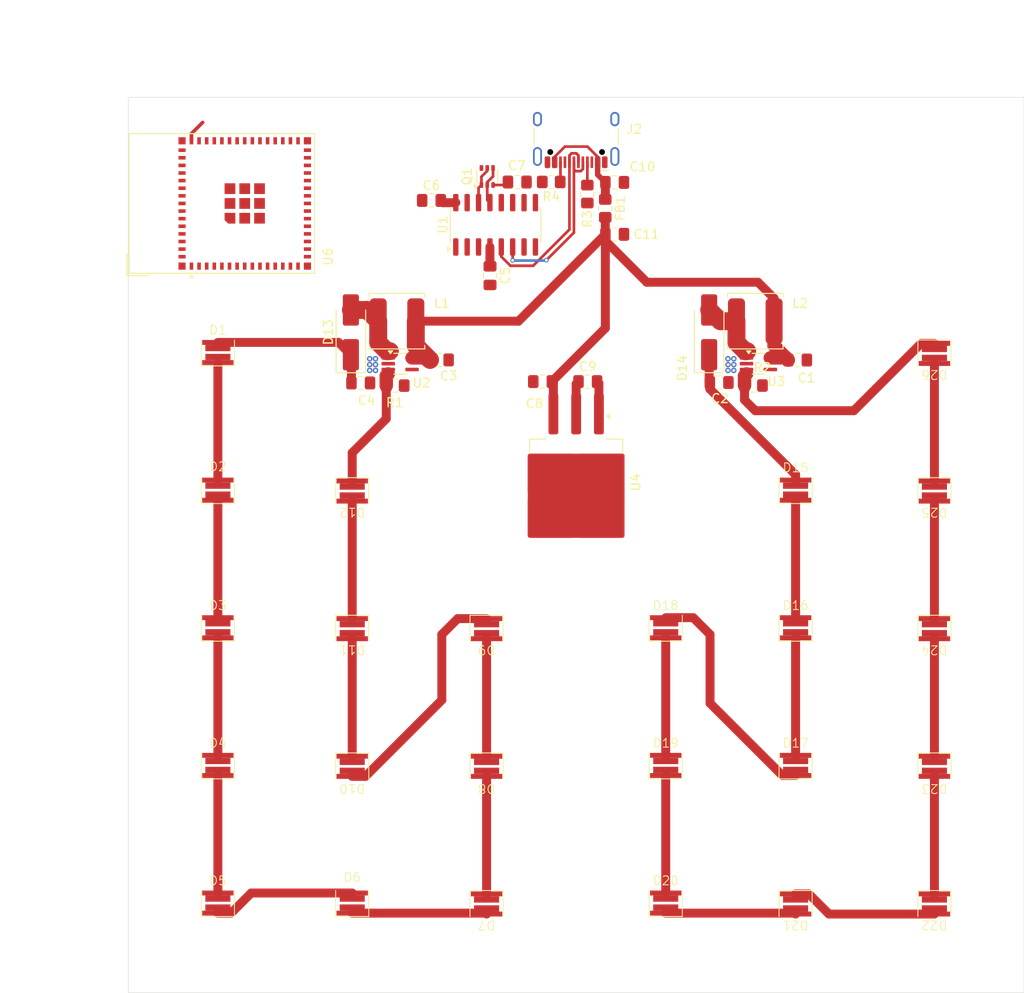
<source format=kicad_pcb>
(kicad_pcb (version 20240108) (generator "pcbnew") (generator_version "8.0")
  (layers (0 "F.Cu" signal) (31 "B.Cu" signal) (34 "B.Paste" user) (35 "F.Paste" user) (36 "B.SilkS" user "B.Silkscreen") (37 "F.SilkS" user "F.Silkscreen") (38 "B.Mask" user) (39 "F.Mask" user) (44 "Edge.Cuts" user))
  (net 0 "")
  (net 1 "/~{RTS}")
  (net 2 "/~{DTR}")
  (net 3 "/ESP_EN")
  (net 4 "/ESP_IO0")
  (net 10 "GND")
  (net 11 "/D+")
  (net 12 "/D-")
  (net 13 "+3.3V")
  (net 16 "+5V")
  (net 17 "Net-(D1-K)")
  (net 18 "Net-(D1-A)")
  (net 19 "Net-(D2-K)")
  (net 20 "Net-(D3-K)")
  (net 21 "Net-(D4-K)")
  (net 22 "Net-(D5-K)")
  (net 23 "Net-(D6-K)")
  (net 24 "Net-(D7-K)")
  (net 25 "Net-(D8-K)")
  (net 26 "Net-(D10-A)")
  (net 27 "Net-(D10-K)")
  (net 28 "Net-(D11-K)")
  (net 29 "Net-(D12-K)")
  (net 30 "Net-(D14-K)")
  (net 31 "Net-(D15-K)")
  (net 32 "Net-(D16-K)")
  (net 33 "Net-(D17-K)")
  (net 34 "Net-(D18-K)")
  (net 35 "Net-(D19-K)")
  (net 36 "Net-(D20-K)")
  (net 37 "Net-(D21-K)")
  (net 38 "Net-(D22-K)")
  (net 39 "Net-(D23-K)")
  (net 40 "Net-(D24-K)")
  (net 41 "Net-(D25-K)")
  (net 42 "Net-(D26-K)")
  (net 80 "Net-(D13-A)")
  (net 81 "Net-(D14-A)")
  (net 83 "/ESP_32_TX")
  (net 84 "/ESP_32_RX")
  (net 86 "Net-(J2-CC1)")
  (net 87 "Net-(J2-CC2)")
  (net 89 "VBUS")
  (footprint "Resistor_SMD:R_0805_2012Metric_Pad1.20x1.40mm_HandSolder" (layer "F.Cu") (at 101.25 60.8 -90)
    (property "Reference" "R3")
    (property "Value" "5.1K" (hide yes))
  )
  (footprint "Capacitor_SMD:C_0805_2012Metric_Pad1.18x1.45mm_HandSolder" (layer "F.Cu") (at 90.3825 69.91375 -90)
    (property "Reference" "C5")
    (property "Value" "0.1uF ")
  )
  (footprint "Resistor_SMD:R_0805_2012Metric_Pad1.20x1.40mm_HandSolder" (layer "F.Cu") (at 79.8 82.2)
    (property "Reference" "R1")
    (property "Value" "2.04ohm" (hide yes))
  )
  (footprint "LED_SMD:LED_SPMWHD32AMH0XAR0PR" (layer "F.Cu") (at 110 109.25)
    (property "Reference" "D18")
    (property "Value" "LED")
  )
  (footprint "Resistor_SMD:R_0805_2012Metric_Pad1.20x1.40mm_HandSolder" (layer "F.Cu") (at 97.22 59.45 180)
    (property "Reference" "R4")
    (property "Value" "5.1K")
  )
  (footprint "LED_SMD:LED_SPMWHD32AMH0XAR0PR" (layer "F.Cu") (at 90 124.725 180)
    (property "Reference" "D8")
    (property "Value" "LED")
  )
  (footprint "Package_TO_SOT_SMD:SOT-363_SC-70-6" (layer "F.Cu") (at 90.0725 58.84 90)
    (property "Reference" "Q1")
    (property "Value" "UMH3N" (hide yes))
  )
  (footprint "LED_SMD:LED_SPMWHD32AMH0XAR0PR" (layer "F.Cu") (at 60 124.625)
    (property "Reference" "D4")
    (property "Value" "LED")
  )
  (footprint "LED_SMD:LED_SPMWHD32AMH0XAR0PR" (layer "F.Cu") (at 140 78.6 180)
    (property "Reference" "D26")
    (property "Value" "LED")
  )
  (footprint "LED_SMD:LED_SPMWHD32AMH0XAR0PR" (layer "F.Cu") (at 75 93.975 180)
    (property "Reference" "D12")
    (property "Value" "LED")
  )
  (footprint "Capacitor_SMD:C_0805_2012Metric_Pad1.18x1.45mm_HandSolder" (layer "F.Cu") (at 75.95 81.9)
    (property "Reference" "C4")
    (property "Value" "4.7uF" (hide yes))
  )
  (footprint "LED_SMD:LED_SPMWHD32AMH0XAR0PR" (layer "F.Cu") (at 124.5 93.875)
    (property "Reference" "D15")
    (property "Value" "LED")
  )
  (footprint "LED_SMD:LED_SPMWHD32AMH0XAR0PR" (layer "F.Cu") (at 60 109.25)
    (property "Reference" "D3")
    (property "Value" "LED")
  )
  (footprint "LED_SMD:LED_SPMWHD32AMH0XAR0PR" (layer "F.Cu") (at 124.5 124.625)
    (property "Reference" "D17")
    (property "Value" "LED")
  )
  (footprint "Diode_SMD:D_SMA_Handsoldering" (layer "F.Cu") (at 114.85 76.25 90)
    (property "Reference" "D14")
    (property "Value" "SK16")
  )
  (footprint "Capacitor_SMD:C_0805_2012Metric_Pad1.18x1.45mm_HandSolder" (layer "F.Cu") (at 101.3 81.75)
    (property "Reference" "C9")
    (property "Value" "22uF")
  )
  (footprint "Connector_USB:USB_C_Receptacle_HCTL_HC-TYPE-C-16P-01A" (layer "F.Cu") (at 100 53.5 180)
    (property "Reference" "J2")
    (property "Value" "USB_C_Receptacle_USB2.0_16P")
  )
  (footprint "LED_SMD:LED_SPMWHD32AMH0XAR0PR" (layer "F.Cu") (at 60 78.5)
    (property "Reference" "D1")
    (property "Value" "LED")
  )
  (footprint "Package_SO:SOIC-16_3.9x9.9mm_P1.27mm" (layer "F.Cu") (at 91.0075 64.23875 90)
    (property "Reference" "U1")
    (property "Value" "CH340C" (hide yes))
  )
  (footprint "Inductor_SMD:L_TDK_VLS6045EX_VLS6045AF" (layer "F.Cu") (at 80 75 180)
    (property "Reference" "L1")
    (property "Value" "VLS6045EX-100M-H")
  )
  (footprint "Capacitor_SMD:C_0805_2012Metric_Pad1.18x1.45mm_HandSolder" (layer "F.Cu") (at 115.9625 81.85)
    (property "Reference" "C2")
    (property "Value" "4.7uF" (hide yes))
  )
  (footprint "Package_TO_SOT_SMD:SOT-353_SC-70-5_Handsoldering" (layer "F.Cu") (at 80.35 79.75)
    (property "Reference" "U2")
    (property "Value" "TPS61169DCKR" (hide yes))
  )
  (footprint "LED_SMD:LED_SPMWHD32AMH0XAR0PR" (layer "F.Cu") (at 140 93.975 180)
    (property "Reference" "D25")
    (property "Value" "LED")
  )
  (footprint "LED_SMD:LED_SPMWHD32AMH0XAR0PR" (layer "F.Cu") (at 90 140.1 180)
    (property "Reference" "D7")
    (property "Value" "LED")
  )
  (footprint "Diode_SMD:D_SMA_Handsoldering" (layer "F.Cu") (at 74.85 76.25 90)
    (property "Reference" "D13")
    (property "Value" "SK16" (hide yes))
  )
  (footprint "RF_Module:ESP32-S2-MINI-1" (layer "F.Cu") (at 60.45 61.85 90)
    (property "Reference" "U6")
    (property "Value" "ESP32-S3-MINI-1")
  )
  (footprint "LED_SMD:LED_SPMWHD32AMH0XAR0PR" (layer "F.Cu") (at 75 124.725 180)
    (property "Reference" "D10")
    (property "Value" "LED")
  )
  (footprint "LED_SMD:LED_SPMWHD32AMH0XAR0PR" (layer "F.Cu") (at 60 93.875)
    (property "Reference" "D2")
    (property "Value" "LED")
  )
  (footprint "LED_SMD:LED_SPMWHD32AMH0XAR0PR" (layer "F.Cu") (at 110 140)
    (property "Reference" "D20")
    (property "Value" "LED")
  )
  (footprint "Resistor_SMD:R_0805_2012Metric_Pad1.20x1.40mm_HandSolder" (layer "F.Cu") (at 103.25 62.4 -90)
    (property "Reference" "FB1")
    (property "Value" "MI0805K400R-10" (hide yes))
  )
  (footprint "LED_SMD:LED_SPMWHD32AMH0XAR0PR" (layer "F.Cu") (at 90 109.35 180)
    (property "Reference" "D9")
    (property "Value" "LED")
  )
  (footprint "Inductor_SMD:L_TDK_VLS6045EX_VLS6045AF" (layer "F.Cu") (at 120 75 180)
    (property "Reference" "L2")
    (property "Value" "VLS6045EX-100M-H")
  )
  (footprint "Capacitor_SMD:C_0805_2012Metric_Pad1.18x1.45mm_HandSolder" (layer "F.Cu") (at 124.72 79.34)
    (property "Reference" "C1")
    (property "Value" "4.7uF")
  )
  (footprint "LED_SMD:LED_SPMWHD32AMH0XAR0PR" (layer "F.Cu") (at 124.5 140.1 180)
    (property "Reference" "D21")
    (property "Value" "LED")
  )
  (footprint "Capacitor_SMD:C_0805_2012Metric_Pad1.18x1.45mm_HandSolder" (layer "F.Cu") (at 104.3 59.5)
    (property "Reference" "C10")
    (property "Value" "10uf")
  )
  (footprint "Resistor_SMD:R_0805_2012Metric_Pad1.20x1.40mm_HandSolder" (layer "F.Cu") (at 119.8 82.19)
    (property "Reference" "R2")
    (property "Value" "2.04ohm")
  )
  (footprint "Capacitor_SMD:C_0805_2012Metric_Pad1.18x1.45mm_HandSolder" (layer "F.Cu") (at 104.3 65.3)
    (property "Reference" "C11")
    (property "Value" "0.1uf")
  )
  (footprint "LED_SMD:LED_SPMWHD32AMH0XAR0PR" (layer "F.Cu") (at 140 124.725 180)
    (property "Reference" "D23")
    (property "Value" "LED")
  )
  (footprint "Capacitor_SMD:C_0805_2012Metric_Pad1.18x1.45mm_HandSolder" (layer "F.Cu") (at 83.845 61.51375)
    (property "Reference" "C6")
    (property "Value" "0.1uF ")
  )
  (footprint "LED_SMD:LED_SPMWHD32AMH0XAR0PR" (layer "F.Cu") (at 124.5 109.25)
    (property "Reference" "D16")
    (property "Value" "LED")
  )
  (footprint "LED_SMD:LED_SPMWHD32AMH0XAR0PR" (layer "F.Cu") (at 140 140.1 180)
    (property "Reference" "D22")
    (property "Value" "LED")
  )
  (footprint "LED_SMD:LED_SPMWHD32AMH0XAR0PR" (layer "F.Cu") (at 75 140)
    (property "Reference" "D6")
    (property "Value" "LED")
  )
  (footprint "Capacitor_SMD:C_0805_2012Metric_Pad1.18x1.45mm_HandSolder" (layer "F.Cu") (at 96.25 81.75 180)
    (property "Reference" "C8")
    (property "Value" "10uf")
  )
  (footprint "LED_SMD:LED_SPMWHD32AMH0XAR0PR" (layer "F.Cu") (at 140 109.35 180)
    (property "Reference" "D24")
    (property "Value" "LED")
  )
  (footprint "LED_SMD:LED_SPMWHD32AMH0XAR0PR" (layer "F.Cu") (at 60 140)
    (property "Reference" "D5")
    (property "Value" "LED")
  )
  (footprint "Package_TO_SOT_SMD:SOT-353_SC-70-5_Handsoldering" (layer "F.Cu") (at 120.35 79.75)
    (property "Reference" "U3")
    (property "Value" "TPS61169DCKR" (hide yes))
  )
  (footprint "Capacitor_SMD:C_0805_2012Metric_Pad1.18x1.45mm_HandSolder" (layer "F.Cu") (at 93.4225 59.46)
    (property "Reference" "C7")
    (property "Value" "1uF ")
  )
  (footprint "LED_SMD:LED_SPMWHD32AMH0XAR0PR" (layer "F.Cu") (at 75 109.35 180)
    (property "Reference" "D11")
    (property "Value" "LED")
  )
  (footprint "Package_TO_SOT_SMD:TO-263-3_TabPin2" (layer "F.Cu") (at 100 93 -90)
    (property "Reference" "U4")
    (property "Value" "LM1117S-3.3")
  )
  (footprint "Capacitor_SMD:C_0805_2012Metric_Pad1.18x1.45mm_HandSolder" (layer "F.Cu") (at 84.725 79.33)
    (property "Reference" "C3")
    (property "Value" "4.7uF" (hide yes))
  )
  (footprint "LED_SMD:LED_SPMWHD32AMH0XAR0PR" (layer "F.Cu") (at 110 124.625)
    (property "Reference" "D19")
    (property "Value" "LED")
  )
  (gr_rect (start 50 50) (end 150 150) (stroke (width 0.05)) (fill none) (layer "Edge.Cuts"))
  (via (at 77.6 80.5) (size 0.6) (drill 0.3) (layers "F.Cu" "B.Cu") (net 0))
  (via (at 77.6 79.85) (size 0.6) (drill 0.3) (layers "F.Cu" "B.Cu") (net 0))
  (via (at 116.95 80.5) (size 0.6) (drill 0.3) (layers "F.Cu" "B.Cu") (net 0))
  (via (at 76.95 79.2) (size 0.6) (drill 0.3) (layers "F.Cu" "B.Cu") (net 0))
  (via (at 117.6 79.2) (size 0.6) (drill 0.3) (layers "F.Cu" "B.Cu") (net 0))
  (via (at 116.95 79.2) (size 0.6) (drill 0.3) (layers "F.Cu" "B.Cu") (net 0))
  (via (at 77.6 79.2) (size 0.6) (drill 0.3) (layers "F.Cu" "B.Cu") (net 0))
  (via (at 76.95 79.85) (size 0.6) (drill 0.3) (layers "F.Cu" "B.Cu") (net 0))
  (via (at 117.6 79.85) (size 0.6) (drill 0.3) (layers "F.Cu" "B.Cu") (net 0))
  (via (at 116.95 79.85) (size 0.6) (drill 0.3) (layers "F.Cu" "B.Cu") (net 0))
  (via (at 76.95 80.5) (size 0.6) (drill 0.3) (layers "F.Cu" "B.Cu") (net 0))
  (via (at 117.6 80.5) (size 0.6) (drill 0.3) (layers "F.Cu" "B.Cu") (net 0))
  (segment (start 90.0725 57.89) (end 90.0725 58.214999) (width 0.3) (layer "F.Cu") (net 1))
  (segment (start 89.4225 58.864999) (end 89.4225 59.79) (width 0.3) (layer "F.Cu") (net 1))
  (segment (start 89.1025 61.76375) (end 89.1025 60.11) (width 0.3) (layer "F.Cu") (net 1))
  (segment (start 90.0725 58.214999) (end 89.4225 58.864999) (width 0.3) (layer "F.Cu") (net 1))
  (segment (start 89.1025 60.11) (end 89.4225 59.79) (width 0.3) (layer "F.Cu") (net 1))
  (segment (start 90.7225 58.825832) (end 90.0725 59.475832) (width 0.3) (layer "F.Cu") (net 2))
  (segment (start 90.0725 61.46375) (end 90.0725 59.79) (width 0.3) (layer "F.Cu") (net 2))
  (segment (start 90.3725 61.76375) (end 90.0725 61.46375) (width 0.3) (layer "F.Cu") (net 2))
  (segment (start 90.0725 59.475832) (end 90.0725 59.79) (width 0.3) (layer "F.Cu") (net 2))
  (segment (start 90.7225 57.89) (end 90.7225 58.825832) (width 0.3) (layer "F.Cu") (net 2))
  (segment (start 57.05 54.05) (end 57.05 54.85) (width 0.4) (layer "F.Cu") (net 3))
  (segment (start 58.3 52.8) (end 57.05 54.05) (width 0.4) (layer "F.Cu") (net 3))
  (segment (start 92.055 59.79) (end 92.385 59.46) (width 0.3) (layer "F.Cu") (net 4))
  (segment (start 90.7225 59.79) (end 92.055 59.79) (width 0.3) (layer "F.Cu") (net 4))
  (segment (start 102.54 81.9525) (end 102.3375 81.75) (width 1) (layer "F.Cu") (net 10))
  (segment (start 102.54 85.35) (end 102.54 81.9525) (width 1) (layer "F.Cu") (net 10))
  (segment (start 100.00312 56.245) (end 99.49688 56.245) (width 0.3) (layer "F.Cu") (net 11))
  (segment (start 100.25 57.245) (end 100.25 56.49188) (width 0.3) (layer "F.Cu") (net 11))
  (segment (start 99.49688 56.245) (end 99.25 56.49188) (width 0.3) (layer "F.Cu") (net 11))
  (segment (start 95.2 68.81) (end 99.25 64.76) (width 0.3) (layer "F.Cu") (net 11))
  (segment (start 91.6425 66.71375) (end 91.6425 67.791029) (width 0.3) (layer "F.Cu") (net 11))
  (segment (start 100.25 56.49188) (end 100.00312 56.245) (width 0.3) (layer "F.Cu") (net 11))
  (segment (start 92.661471 68.81) (end 95.2 68.81) (width 0.3) (layer "F.Cu") (net 11))
  (segment (start 91.6425 67.791029) (end 92.661471 68.81) (width 0.3) (layer "F.Cu") (net 11))
  (segment (start 99.25 64.76) (end 99.25 57.245) (width 0.3) (layer "F.Cu") (net 11))
  (segment (start 99.25 56.49188) (end 99.25 57.245) (width 0.3) (layer "F.Cu") (net 11))
  (segment (start 96.674265 68.184265) (end 99.75 65.10853) (width 0.3) (layer "F.Cu") (net 12))
  (segment (start 99.75 58.05) (end 99.75 57.245) (width 0.3) (layer "F.Cu") (net 12))
  (segment (start 92.91 68.21) (end 92.9125 68.2075) (width 0.3) (layer "F.Cu") (net 12))
  (segment (start 100.50312 58.245) (end 99.945 58.245) (width 0.3) (layer "F.Cu") (net 12))
  (segment (start 99.945 58.245) (end 99.75 58.05) (width 0.3) (layer "F.Cu") (net 12))
  (segment (start 100.75 57.245) (end 100.75 57.99812) (width 0.3) (layer "F.Cu") (net 12))
  (segment (start 99.75 65.10853) (end 99.75 57.245) (width 0.3) (layer "F.Cu") (net 12))
  (segment (start 92.9125 68.2075) (end 92.9125 66.71375) (width 0.3) (layer "F.Cu") (net 12))
  (segment (start 100.75 57.99812) (end 100.50312 58.245) (width 0.3) (layer "F.Cu") (net 12))
  (via (at 92.91 68.21) (size 0.5) (drill 0.3) (layers "F.Cu" "B.Cu") (net 12))
  (via (at 96.674265 68.184265) (size 0.5) (drill 0.3) (layers "F.Cu" "B.Cu") (net 12))
  (segment (start 92.93 68.23) (end 92.91 68.21) (width 0.3) (layer "B.Cu") (net 12))
  (segment (start 96.62853 68.23) (end 92.93 68.23) (width 0.3) (layer "B.Cu") (net 12))
  (segment (start 96.674265 68.184265) (end 96.62853 68.23) (width 0.3) (layer "B.Cu") (net 12))
  (segment (start 90.3725 66.71375) (end 90.3725 68.86625) (width 1) (layer "F.Cu") (net 13))
  (segment (start 86.5625 61.76375) (end 85.1325 61.76375) (width 1) (layer "F.Cu") (net 13))
  (segment (start 90.3725 68.86625) (end 90.3825 68.87625) (width 1) (layer "F.Cu") (net 13))
  (segment (start 85.1325 61.76375) (end 84.8825 61.51375) (width 1) (layer "F.Cu") (net 13))
  (segment (start 100 85.35) (end 100 82.0125) (width 1) (layer "F.Cu") (net 13))
  (segment (start 100 82.0125) (end 100.2625 81.75) (width 1) (layer "F.Cu") (net 13))
  (segment (start 83.4575 79.1) (end 81.68 79.1) (width 1.5) (layer "F.Cu") (net 16))
  (segment (start 83.6875 79.33) (end 83.4575 79.1) (width 1.5) (layer "F.Cu") (net 16))
  (segment (start 123.6825 79.34) (end 123.4425 79.1) (width 1.5) (layer "F.Cu") (net 16))
  (segment (start 103.25 63.4) (end 103.25 65.2875) (width 1) (layer "F.Cu") (net 16))
  (segment (start 103.25 65.2875) (end 103.2625 65.3) (width 1) (layer "F.Cu") (net 16))
  (segment (start 107.8875 70.65) (end 120.299999 70.65) (width 1) (layer "F.Cu") (net 16))
  (segment (start 97.46 85.35) (end 97.46 81.9225) (width 1) (layer "F.Cu") (net 16))
  (segment (start 122.1 77.7575) (end 123.6825 79.34) (width 1.5) (layer "F.Cu") (net 16))
  (segment (start 103.2625 65.3) (end 103.2625 66.025) (width 1) (layer "F.Cu") (net 16))
  (segment (start 103.2625 65.3) (end 103.2625 75.775) (width 1) (layer "F.Cu") (net 16))
  (segment (start 103.2625 75.775) (end 97.2875 81.75) (width 1) (layer "F.Cu") (net 16))
  (segment (start 82.1 77.7425) (end 83.6875 79.33) (width 2) (layer "F.Cu") (net 16))
  (segment (start 82.1 75) (end 82.1 77.7425) (width 2) (layer "F.Cu") (net 16))
  (segment (start 123.4425 79.1) (end 121.68 79.1) (width 1.5) (layer "F.Cu") (net 16))
  (segment (start 122.1 75) (end 122.1 77.7575) (width 1.5) (layer "F.Cu") (net 16))
  (segment (start 120.299999 70.65) (end 122.1 72.450001) (width 1) (layer "F.Cu") (net 16))
  (segment (start 97.46 81.9225) (end 97.2875 81.75) (width 1) (layer "F.Cu") (net 16))
  (segment (start 103.2625 66.025) (end 107.8875 70.65) (width 1) (layer "F.Cu") (net 16))
  (segment (start 122.1 72.450001) (end 122.1 75) (width 1) (layer "F.Cu") (net 16))
  (segment (start 103.2625 65.3) (end 93.5625 75) (width 1) (layer "F.Cu") (net 16))
  (segment (start 93.5625 75) (end 82.1 75) (width 1) (layer "F.Cu") (net 16))
  (segment (start 60 79.625) (end 60 92.75) (width 1) (layer "F.Cu") (net 17))
  (segment (start 73.475 77.375) (end 60 77.375) (width 1) (layer "F.Cu") (net 18))
  (segment (start 74.7875 78.7875) (end 74.75 78.75) (width 1) (layer "F.Cu") (net 18))
  (segment (start 74.85 78.75) (end 73.475 77.375) (width 1) (layer "F.Cu") (net 18))
  (segment (start 74.9125 81.9) (end 74.9125 78.8125) (width 1) (layer "F.Cu") (net 18))
  (segment (start 74.9125 78.8125) (end 74.85 78.75) (width 1) (layer "F.Cu") (net 18))
  (segment (start 60 95) (end 60 108.125) (width 1) (layer "F.Cu") (net 19))
  (segment (start 60 110.375) (end 60 123.5) (width 1) (layer "F.Cu") (net 20))
  (segment (start 60 125.75) (end 60 138.875) (width 1) (layer "F.Cu") (net 21))
  (segment (start 61.475 141.125) (end 63.725 138.875) (width 1) (layer "F.Cu") (net 22))
  (segment (start 63.725 138.875) (end 75 138.875) (width 1) (layer "F.Cu") (net 22))
  (segment (start 60 141.125) (end 61.475 141.125) (width 1) (layer "F.Cu") (net 22))
  (segment (start 75 141.125) (end 89.9 141.125) (width 1) (layer "F.Cu") (net 23))
  (segment (start 89.9 141.125) (end 90 141.225) (width 1) (layer "F.Cu") (net 23))
  (segment (start 90 138.975) (end 90 125.85) (width 1) (layer "F.Cu") (net 24))
  (segment (start 90 123.6) (end 90 110.475) (width 1) (layer "F.Cu") (net 25))
  (segment (start 85 110) (end 86.775 108.225) (width 1) (layer "F.Cu") (net 26))
  (segment (start 85 117.325) (end 85 110) (width 1) (layer "F.Cu") (net 26))
  (segment (start 76.475 125.85) (end 85 117.325) (width 1) (layer "F.Cu") (net 26))
  (segment (start 86.775 108.225) (end 90 108.225) (width 1) (layer "F.Cu") (net 26))
  (segment (start 75 125.85) (end 76.475 125.85) (width 1) (layer "F.Cu") (net 26))
  (segment (start 75 123.6) (end 75 110.475) (width 1) (layer "F.Cu") (net 27))
  (segment (start 75 108.225) (end 75 95.1) (width 1) (layer "F.Cu") (net 28))
  (segment (start 78.8 81.12) (end 79.02 80.9) (width 1.5) (layer "F.Cu") (net 29))
  (segment (start 75 89.7) (end 78.8 85.9) (width 1) (layer "F.Cu") (net 29))
  (segment (start 78.8 82.2) (end 78.8 81.12) (width 1.5) (layer "F.Cu") (net 29))
  (segment (start 78.8 85.9) (end 78.8 82.2) (width 1) (layer "F.Cu") (net 29))
  (segment (start 75 92.85) (end 75 89.7) (width 1) (layer "F.Cu") (net 29))
  (segment (start 114.925 82.575) (end 124.5 92.15) (width 1) (layer "F.Cu") (net 30))
  (segment (start 124.5 92.15) (end 124.5 92.75) (width 1) (layer "F.Cu") (net 30))
  (segment (start 114.85 78.75) (end 114.85 81.775) (width 1) (layer "F.Cu") (net 30))
  (segment (start 114.85 81.775) (end 114.925 81.85) (width 1) (layer "F.Cu") (net 30))
  (segment (start 114.925 81.85) (end 114.925 82.575) (width 1) (layer "F.Cu") (net 30))
  (segment (start 124.5 95) (end 124.5 108.125) (width 1) (layer "F.Cu") (net 31))
  (segment (start 124.5 110.375) (end 124.5 123.5) (width 1) (layer "F.Cu") (net 32))
  (segment (start 114.95 110) (end 113.075 108.125) (width 1) (layer "F.Cu") (net 33))
  (segment (start 124.5 125.75) (end 123.025 125.75) (width 1) (layer "F.Cu") (net 33))
  (segment (start 114.95 117.675) (end 114.95 110) (width 1) (layer "F.Cu") (net 33))
  (segment (start 113.075 108.125) (end 110 108.125) (width 1) (layer "F.Cu") (net 33))
  (segment (start 123.025 125.75) (end 114.95 117.675) (width 1) (layer "F.Cu") (net 33))
  (segment (start 110 110.375) (end 110 123.5) (width 1) (layer "F.Cu") (net 34))
  (segment (start 110 125.75) (end 110 138.875) (width 1) (layer "F.Cu") (net 35))
  (segment (start 110 141.125) (end 124.4 141.125) (width 1) (layer "F.Cu") (net 36))
  (segment (start 124.4 141.125) (end 124.5 141.225) (width 1) (layer "F.Cu") (net 36))
  (segment (start 125.975 138.975) (end 128.225 141.225) (width 1) (layer "F.Cu") (net 37))
  (segment (start 124.5 138.975) (end 125.975 138.975) (width 1) (layer "F.Cu") (net 37))
  (segment (start 128.225 141.225) (end 140 141.225) (width 1) (layer "F.Cu") (net 37))
  (segment (start 140 138.975) (end 140 125.85) (width 1) (layer "F.Cu") (net 38))
  (segment (start 140 123.6) (end 140 110.475) (width 1) (layer "F.Cu") (net 39))
  (segment (start 140 108.225) (end 140 95.1) (width 1) (layer "F.Cu") (net 40))
  (segment (start 140 92.85) (end 140 79.725) (width 1) (layer "F.Cu") (net 41))
  (segment (start 118.8 82.19) (end 118.8 81.12) (width 1.5) (layer "F.Cu") (net 42))
  (segment (start 118.8 83.8) (end 118.8 82.19) (width 1) (layer "F.Cu") (net 42))
  (segment (start 138.525 77.475) (end 131 85) (width 1) (layer "F.Cu") (net 42))
  (segment (start 118.8 81.12) (end 119.02 80.9) (width 1.5) (layer "F.Cu") (net 42))
  (segment (start 140 77.475) (end 138.525 77.475) (width 1) (layer "F.Cu") (net 42))
  (segment (start 131 85) (end 120 85) (width 1) (layer "F.Cu") (net 42))
  (segment (start 120 85) (end 118.8 83.8) (width 1) (layer "F.Cu") (net 42))
  (segment (start 77.9 77.378679) (end 78.871321 78.35) (width 2) (layer "F.Cu") (net 80))
  (segment (start 76.65 73.75) (end 77.9 75) (width 2) (layer "F.Cu") (net 80))
  (segment (start 77.9 75) (end 77.9 77.378679) (width 2) (layer "F.Cu") (net 80))
  (segment (start 74.85 73.75) (end 76.65 73.75) (width 2) (layer "F.Cu") (net 80))
  (segment (start 78.871321 78.35) (end 79.2 78.35) (width 2) (layer "F.Cu") (net 80))
  (segment (start 117.9 75) (end 116.1 75) (width 2) (layer "F.Cu") (net 81))
  (segment (start 118.871321 78.35) (end 119.1 78.35) (width 2) (layer "F.Cu") (net 81))
  (segment (start 117.9 75) (end 117.9 77.378679) (width 2) (layer "F.Cu") (net 81))
  (segment (start 116.1 75) (end 114.85 73.75) (width 2) (layer "F.Cu") (net 81))
  (segment (start 117.9 77.378679) (end 118.871321 78.35) (width 2) (layer "F.Cu") (net 81))
  (segment (start 101.25 57.245) (end 101.25 59.8) (width 0.3) (layer "F.Cu") (net 86))
  (segment (start 98.25 57.245) (end 98.25 59.45) (width 0.3) (layer "F.Cu") (net 87))
  (segment (start 98.740305 55.5) (end 97.6 56.640305) (width 0.3) (layer "F.Cu") (net 89))
  (segment (start 97.6 56.640305) (end 97.6 57.245) (width 0.3) (layer "F.Cu") (net 89))
  (segment (start 102.4 58.6375) (end 103.2625 59.5) (width 0.6) (layer "F.Cu") (net 89))
  (segment (start 102.4 56.640305) (end 101.259695 55.5) (width 0.3) (layer "F.Cu") (net 89))
  (segment (start 103.2625 61.3875) (end 103.25 61.4) (width 1) (layer "F.Cu") (net 89))
  (segment (start 103.2375 61.3875) (end 103.25 61.4) (width 1) (layer "F.Cu") (net 89))
  (segment (start 103.2625 59.5) (end 103.2625 61.3875) (width 1) (layer "F.Cu") (net 89))
  (segment (start 101.259695 55.5) (end 98.740305 55.5) (width 0.3) (layer "F.Cu") (net 89))
  (segment (start 102.4 57.245) (end 102.4 56.640305) (width 0.3) (layer "F.Cu") (net 89))
  (segment (start 102.4 57.245) (end 102.4 58.6375) (width 0.6) (layer "F.Cu") (net 89))
)
</source>
